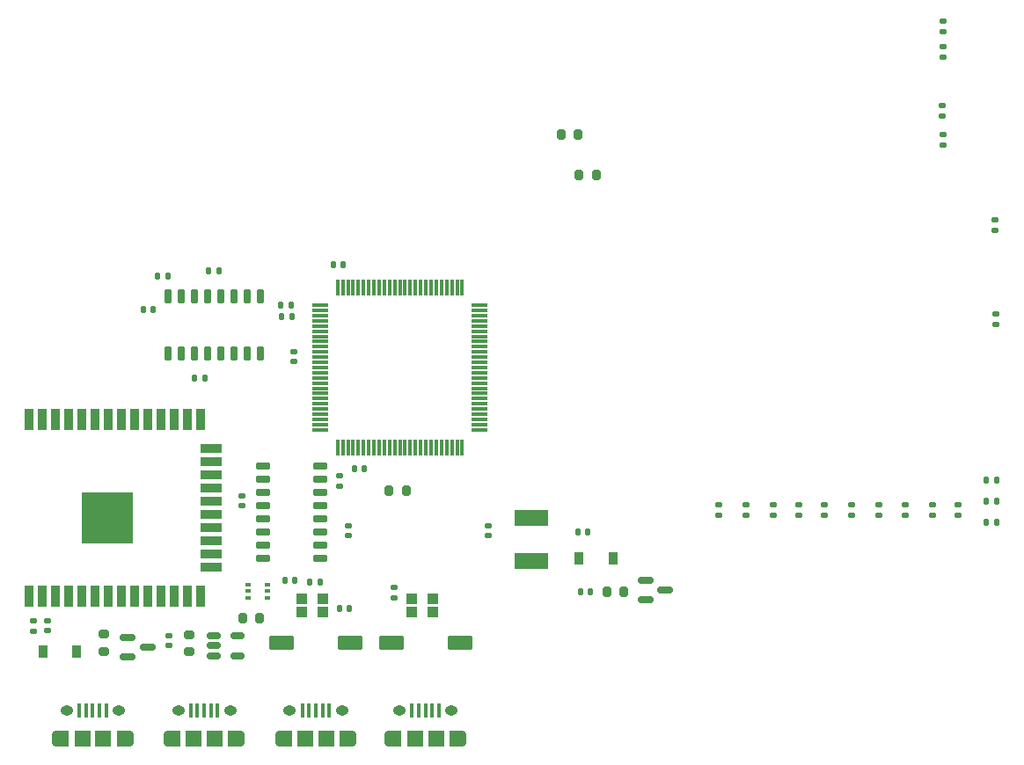
<source format=gbr>
%TF.GenerationSoftware,KiCad,Pcbnew,(6.0.0-0)*%
%TF.CreationDate,2022-12-05T15:15:11-05:00*%
%TF.ProjectId,Body_LED_Controller_V2,426f6479-5f4c-4454-945f-436f6e74726f,1.0*%
%TF.SameCoordinates,Original*%
%TF.FileFunction,Paste,Top*%
%TF.FilePolarity,Positive*%
%FSLAX46Y46*%
G04 Gerber Fmt 4.6, Leading zero omitted, Abs format (unit mm)*
G04 Created by KiCad (PCBNEW (6.0.0-0)) date 2022-12-05 15:15:11*
%MOMM*%
%LPD*%
G01*
G04 APERTURE LIST*
G04 Aperture macros list*
%AMRoundRect*
0 Rectangle with rounded corners*
0 $1 Rounding radius*
0 $2 $3 $4 $5 $6 $7 $8 $9 X,Y pos of 4 corners*
0 Add a 4 corners polygon primitive as box body*
4,1,4,$2,$3,$4,$5,$6,$7,$8,$9,$2,$3,0*
0 Add four circle primitives for the rounded corners*
1,1,$1+$1,$2,$3*
1,1,$1+$1,$4,$5*
1,1,$1+$1,$6,$7*
1,1,$1+$1,$8,$9*
0 Add four rect primitives between the rounded corners*
20,1,$1+$1,$2,$3,$4,$5,0*
20,1,$1+$1,$4,$5,$6,$7,0*
20,1,$1+$1,$6,$7,$8,$9,0*
20,1,$1+$1,$8,$9,$2,$3,0*%
G04 Aperture macros list end*
%ADD10C,0.010000*%
%ADD11R,1.000000X1.000000*%
%ADD12RoundRect,0.135000X0.185000X-0.135000X0.185000X0.135000X-0.185000X0.135000X-0.185000X-0.135000X0*%
%ADD13RoundRect,0.135000X-0.185000X0.135000X-0.185000X-0.135000X0.185000X-0.135000X0.185000X0.135000X0*%
%ADD14R,0.914400X1.219200*%
%ADD15RoundRect,0.200000X-0.275000X0.200000X-0.275000X-0.200000X0.275000X-0.200000X0.275000X0.200000X0*%
%ADD16RoundRect,0.135000X-0.135000X-0.185000X0.135000X-0.185000X0.135000X0.185000X-0.135000X0.185000X0*%
%ADD17RoundRect,0.140000X0.140000X0.170000X-0.140000X0.170000X-0.140000X-0.170000X0.140000X-0.170000X0*%
%ADD18RoundRect,0.135000X0.135000X0.185000X-0.135000X0.185000X-0.135000X-0.185000X0.135000X-0.185000X0*%
%ADD19RoundRect,0.150000X-0.587500X-0.150000X0.587500X-0.150000X0.587500X0.150000X-0.587500X0.150000X0*%
%ADD20O,0.890000X1.550000*%
%ADD21O,1.250000X0.950000*%
%ADD22R,0.400000X1.350000*%
%ADD23R,1.200000X1.550000*%
%ADD24R,1.500000X1.550000*%
%ADD25RoundRect,0.083990X-1.126010X-0.556010X1.126010X-0.556010X1.126010X0.556010X-1.126010X0.556010X0*%
%ADD26RoundRect,0.140000X-0.140000X-0.170000X0.140000X-0.170000X0.140000X0.170000X-0.140000X0.170000X0*%
%ADD27RoundRect,0.140000X-0.170000X0.140000X-0.170000X-0.140000X0.170000X-0.140000X0.170000X0.140000X0*%
%ADD28RoundRect,0.140000X0.170000X-0.140000X0.170000X0.140000X-0.170000X0.140000X-0.170000X-0.140000X0*%
%ADD29RoundRect,0.200000X-0.200000X-0.275000X0.200000X-0.275000X0.200000X0.275000X-0.200000X0.275000X0*%
%ADD30RoundRect,0.200000X0.200000X0.275000X-0.200000X0.275000X-0.200000X-0.275000X0.200000X-0.275000X0*%
%ADD31RoundRect,0.011200X-0.723800X-0.128800X0.723800X-0.128800X0.723800X0.128800X-0.723800X0.128800X0*%
%ADD32RoundRect,0.011200X0.128800X-0.723800X0.128800X0.723800X-0.128800X0.723800X-0.128800X-0.723800X0*%
%ADD33RoundRect,0.200000X0.275000X-0.200000X0.275000X0.200000X-0.275000X0.200000X-0.275000X-0.200000X0*%
%ADD34RoundRect,0.049600X-0.605400X-0.260400X0.605400X-0.260400X0.605400X0.260400X-0.605400X0.260400X0*%
%ADD35RoundRect,0.150000X-0.512500X-0.150000X0.512500X-0.150000X0.512500X0.150000X-0.512500X0.150000X0*%
%ADD36R,3.200000X1.500000*%
%ADD37R,0.900000X2.000000*%
%ADD38R,2.000000X0.900000*%
%ADD39R,5.000000X5.000000*%
%ADD40RoundRect,0.049600X0.260400X-0.605400X0.260400X0.605400X-0.260400X0.605400X-0.260400X-0.605400X0*%
G04 APERTURE END LIST*
D10*
%TO.C,U6*%
X105205000Y-103510800D02*
X105655000Y-103510800D01*
X105655000Y-103510800D02*
X105655000Y-103760800D01*
X105655000Y-103760800D02*
X105205000Y-103760800D01*
X105205000Y-103760800D02*
X105205000Y-103510800D01*
G36*
X105655000Y-103760800D02*
G01*
X105205000Y-103760800D01*
X105205000Y-103510800D01*
X105655000Y-103510800D01*
X105655000Y-103760800D01*
G37*
X105655000Y-103760800D02*
X105205000Y-103760800D01*
X105205000Y-103510800D01*
X105655000Y-103510800D01*
X105655000Y-103760800D01*
X105205000Y-104160800D02*
X105655000Y-104160800D01*
X105655000Y-104160800D02*
X105655000Y-104410800D01*
X105655000Y-104410800D02*
X105205000Y-104410800D01*
X105205000Y-104410800D02*
X105205000Y-104160800D01*
G36*
X105655000Y-104410800D02*
G01*
X105205000Y-104410800D01*
X105205000Y-104160800D01*
X105655000Y-104160800D01*
X105655000Y-104410800D01*
G37*
X105655000Y-104410800D02*
X105205000Y-104410800D01*
X105205000Y-104160800D01*
X105655000Y-104160800D01*
X105655000Y-104410800D01*
X105205000Y-104810800D02*
X105655000Y-104810800D01*
X105655000Y-104810800D02*
X105655000Y-105060800D01*
X105655000Y-105060800D02*
X105205000Y-105060800D01*
X105205000Y-105060800D02*
X105205000Y-104810800D01*
G36*
X105655000Y-105060800D02*
G01*
X105205000Y-105060800D01*
X105205000Y-104810800D01*
X105655000Y-104810800D01*
X105655000Y-105060800D01*
G37*
X105655000Y-105060800D02*
X105205000Y-105060800D01*
X105205000Y-104810800D01*
X105655000Y-104810800D01*
X105655000Y-105060800D01*
X103355000Y-104810800D02*
X103805000Y-104810800D01*
X103805000Y-104810800D02*
X103805000Y-105060800D01*
X103805000Y-105060800D02*
X103355000Y-105060800D01*
X103355000Y-105060800D02*
X103355000Y-104810800D01*
G36*
X103805000Y-105060800D02*
G01*
X103355000Y-105060800D01*
X103355000Y-104810800D01*
X103805000Y-104810800D01*
X103805000Y-105060800D01*
G37*
X103805000Y-105060800D02*
X103355000Y-105060800D01*
X103355000Y-104810800D01*
X103805000Y-104810800D01*
X103805000Y-105060800D01*
X103355000Y-104160800D02*
X103805000Y-104160800D01*
X103805000Y-104160800D02*
X103805000Y-104410800D01*
X103805000Y-104410800D02*
X103355000Y-104410800D01*
X103355000Y-104410800D02*
X103355000Y-104160800D01*
G36*
X103805000Y-104410800D02*
G01*
X103355000Y-104410800D01*
X103355000Y-104160800D01*
X103805000Y-104160800D01*
X103805000Y-104410800D01*
G37*
X103805000Y-104410800D02*
X103355000Y-104410800D01*
X103355000Y-104160800D01*
X103805000Y-104160800D01*
X103805000Y-104410800D01*
X103355000Y-103510800D02*
X103805000Y-103510800D01*
X103805000Y-103510800D02*
X103805000Y-103760800D01*
X103805000Y-103760800D02*
X103355000Y-103760800D01*
X103355000Y-103760800D02*
X103355000Y-103510800D01*
G36*
X103805000Y-103760800D02*
G01*
X103355000Y-103760800D01*
X103355000Y-103510800D01*
X103805000Y-103510800D01*
X103805000Y-103760800D01*
G37*
X103805000Y-103760800D02*
X103355000Y-103760800D01*
X103355000Y-103510800D01*
X103805000Y-103510800D01*
X103805000Y-103760800D01*
%TD*%
D11*
%TO.C,L3*%
X121385000Y-106365000D03*
X121385000Y-105065000D03*
X119355000Y-105065000D03*
X119355000Y-106365000D03*
%TD*%
%TO.C,L2*%
X110827500Y-106365000D03*
X110827500Y-105065000D03*
X108797500Y-105065000D03*
X108797500Y-106365000D03*
%TD*%
D12*
%TO.C,R11*%
X170470000Y-58550000D03*
X170470000Y-57530000D03*
%TD*%
D13*
%TO.C,R8*%
X170530000Y-49440000D03*
X170530000Y-50460000D03*
%TD*%
D14*
%TO.C,CR2*%
X83870200Y-110128500D03*
X87146800Y-110128500D03*
%TD*%
D15*
%TO.C,R21*%
X89770000Y-108485000D03*
X89770000Y-110135000D03*
%TD*%
D12*
%TO.C,R35*%
X156670000Y-97050000D03*
X156670000Y-96030000D03*
%TD*%
D16*
%TO.C,R3*%
X106750000Y-76750000D03*
X107770000Y-76750000D03*
%TD*%
D17*
%TO.C,C10*%
X112790000Y-72910000D03*
X111830000Y-72910000D03*
%TD*%
D18*
%TO.C,R14*%
X175670000Y-97690000D03*
X174650000Y-97690000D03*
%TD*%
D19*
%TO.C,U3*%
X141912500Y-103260000D03*
X141912500Y-105160000D03*
X143787500Y-104210000D03*
%TD*%
D20*
%TO.C,J11*%
X113655000Y-118530000D03*
D21*
X107655000Y-115830000D03*
D20*
X106655000Y-118530000D03*
D21*
X112655000Y-115830000D03*
D22*
X108855000Y-115830000D03*
X109505000Y-115830000D03*
X110155000Y-115830000D03*
X110805000Y-115830000D03*
X111455000Y-115830000D03*
D23*
X113055000Y-118530000D03*
X107255000Y-118530000D03*
D24*
X111155000Y-118530000D03*
X109155000Y-118530000D03*
%TD*%
D25*
%TO.C,SW1*%
X124002500Y-109330000D03*
X117422500Y-109330000D03*
%TD*%
D12*
%TO.C,R26*%
X117660000Y-104970000D03*
X117660000Y-103950000D03*
%TD*%
D25*
%TO.C,SW2*%
X113445000Y-109340000D03*
X106865000Y-109340000D03*
%TD*%
D26*
%TO.C,C9*%
X113850000Y-92570000D03*
X114810000Y-92570000D03*
%TD*%
D21*
%TO.C,J15*%
X101910000Y-115840000D03*
D20*
X102910000Y-118540000D03*
X95910000Y-118540000D03*
D21*
X96910000Y-115840000D03*
D22*
X98110000Y-115840000D03*
X98760000Y-115840000D03*
X99410000Y-115840000D03*
X100060000Y-115840000D03*
X100710000Y-115840000D03*
D23*
X102310000Y-118540000D03*
D24*
X100410000Y-118540000D03*
X98410000Y-118540000D03*
D23*
X96510000Y-118540000D03*
%TD*%
D17*
%TO.C,C3*%
X95890000Y-73960000D03*
X94930000Y-73960000D03*
%TD*%
D12*
%TO.C,R33*%
X161740000Y-97050000D03*
X161740000Y-96030000D03*
%TD*%
D27*
%TO.C,C11*%
X108050000Y-81270000D03*
X108050000Y-82230000D03*
%TD*%
D12*
%TO.C,R36*%
X154160000Y-97050000D03*
X154160000Y-96030000D03*
%TD*%
D26*
%TO.C,C18*%
X112450000Y-105990000D03*
X113410000Y-105990000D03*
%TD*%
D28*
%TO.C,C1*%
X113290000Y-98980000D03*
X113290000Y-98020000D03*
%TD*%
D12*
%TO.C,R37*%
X151530000Y-97050000D03*
X151530000Y-96030000D03*
%TD*%
D16*
%TO.C,R2*%
X106870000Y-77890000D03*
X107890000Y-77890000D03*
%TD*%
D12*
%TO.C,R9*%
X170510000Y-52950000D03*
X170510000Y-51930000D03*
%TD*%
D16*
%TO.C,R27*%
X109530000Y-103490000D03*
X110550000Y-103490000D03*
%TD*%
D29*
%TO.C,R19*%
X135495000Y-64280000D03*
X137145000Y-64280000D03*
%TD*%
D28*
%TO.C,C16*%
X103080000Y-96090000D03*
X103080000Y-95130000D03*
%TD*%
D19*
%TO.C,U8*%
X92072500Y-108780000D03*
X92072500Y-110680000D03*
X93947500Y-109730000D03*
%TD*%
D18*
%TO.C,R13*%
X175670000Y-95660000D03*
X174650000Y-95660000D03*
%TD*%
D12*
%TO.C,R30*%
X169490000Y-97050000D03*
X169490000Y-96030000D03*
%TD*%
D30*
%TO.C,R1*%
X118835000Y-94620000D03*
X117185000Y-94620000D03*
%TD*%
D29*
%TO.C,R20*%
X103095000Y-106890000D03*
X104745000Y-106890000D03*
%TD*%
D27*
%TO.C,C12*%
X82970000Y-107220000D03*
X82970000Y-108180000D03*
%TD*%
D13*
%TO.C,R6*%
X175520000Y-68580000D03*
X175520000Y-69600000D03*
%TD*%
%TO.C,R10*%
X170520000Y-60370000D03*
X170520000Y-61390000D03*
%TD*%
D21*
%TO.C,J10*%
X118212500Y-115820000D03*
D20*
X117212500Y-118520000D03*
X124212500Y-118520000D03*
D21*
X123212500Y-115820000D03*
D22*
X119412500Y-115820000D03*
X120062500Y-115820000D03*
X120712500Y-115820000D03*
X121362500Y-115820000D03*
X122012500Y-115820000D03*
D24*
X121712500Y-118520000D03*
X119712500Y-118520000D03*
D23*
X117812500Y-118520000D03*
X123612500Y-118520000D03*
%TD*%
D31*
%TO.C,U1*%
X110575000Y-76795000D03*
X110575000Y-77295000D03*
X110575000Y-77795000D03*
X110575000Y-78295000D03*
X110575000Y-78795000D03*
X110575000Y-79295000D03*
X110575000Y-79795000D03*
X110575000Y-80295000D03*
X110575000Y-80795000D03*
X110575000Y-81295000D03*
X110575000Y-81795000D03*
X110575000Y-82295000D03*
X110575000Y-82795000D03*
X110575000Y-83295000D03*
X110575000Y-83795000D03*
X110575000Y-84295000D03*
X110575000Y-84795000D03*
X110575000Y-85295000D03*
X110575000Y-85795000D03*
X110575000Y-86295000D03*
X110575000Y-86795000D03*
X110575000Y-87295000D03*
X110575000Y-87795000D03*
X110575000Y-88295000D03*
X110575000Y-88795000D03*
D32*
X112245000Y-90465000D03*
X112745000Y-90465000D03*
X113245000Y-90465000D03*
X113745000Y-90465000D03*
X114245000Y-90465000D03*
X114745000Y-90465000D03*
X115245000Y-90465000D03*
X115745000Y-90465000D03*
X116245000Y-90465000D03*
X116745000Y-90465000D03*
X117245000Y-90465000D03*
X117745000Y-90465000D03*
X118245000Y-90465000D03*
X118745000Y-90465000D03*
X119245000Y-90465000D03*
X119745000Y-90465000D03*
X120245000Y-90465000D03*
X120745000Y-90465000D03*
X121245000Y-90465000D03*
X121745000Y-90465000D03*
X122245000Y-90465000D03*
X122745000Y-90465000D03*
X123245000Y-90465000D03*
X123745000Y-90465000D03*
X124245000Y-90465000D03*
D31*
X125915000Y-88795000D03*
X125915000Y-88295000D03*
X125915000Y-87795000D03*
X125915000Y-87295000D03*
X125915000Y-86795000D03*
X125915000Y-86295000D03*
X125915000Y-85795000D03*
X125915000Y-85295000D03*
X125915000Y-84795000D03*
X125915000Y-84295000D03*
X125915000Y-83795000D03*
X125915000Y-83295000D03*
X125915000Y-82795000D03*
X125915000Y-82295000D03*
X125915000Y-81795000D03*
X125915000Y-81295000D03*
X125915000Y-80795000D03*
X125915000Y-80295000D03*
X125915000Y-79795000D03*
X125915000Y-79295000D03*
X125915000Y-78795000D03*
X125915000Y-78295000D03*
X125915000Y-77795000D03*
X125915000Y-77295000D03*
X125915000Y-76795000D03*
D32*
X124245000Y-75125000D03*
X123745000Y-75125000D03*
X123245000Y-75125000D03*
X122745000Y-75125000D03*
X122245000Y-75125000D03*
X121745000Y-75125000D03*
X121245000Y-75125000D03*
X120745000Y-75125000D03*
X120245000Y-75125000D03*
X119745000Y-75125000D03*
X119245000Y-75125000D03*
X118745000Y-75125000D03*
X118245000Y-75125000D03*
X117745000Y-75125000D03*
X117245000Y-75125000D03*
X116745000Y-75125000D03*
X116245000Y-75125000D03*
X115745000Y-75125000D03*
X115245000Y-75125000D03*
X114745000Y-75125000D03*
X114245000Y-75125000D03*
X113745000Y-75125000D03*
X113245000Y-75125000D03*
X112745000Y-75125000D03*
X112245000Y-75125000D03*
%TD*%
D12*
%TO.C,R29*%
X171930000Y-97050000D03*
X171930000Y-96030000D03*
%TD*%
%TO.C,R34*%
X159110000Y-97050000D03*
X159110000Y-96030000D03*
%TD*%
D33*
%TO.C,R22*%
X97920000Y-110185000D03*
X97920000Y-108535000D03*
%TD*%
D17*
%TO.C,C5*%
X99450000Y-83800000D03*
X98490000Y-83800000D03*
%TD*%
D34*
%TO.C,U5*%
X105045000Y-92275000D03*
X105045000Y-93545000D03*
X105045000Y-94815000D03*
X105045000Y-96085000D03*
X105045000Y-97355000D03*
X105045000Y-98625000D03*
X105045000Y-99895000D03*
X105045000Y-101165000D03*
X110545000Y-101165000D03*
X110545000Y-99895000D03*
X110545000Y-98625000D03*
X110545000Y-97355000D03*
X110545000Y-96085000D03*
X110545000Y-94815000D03*
X110545000Y-93545000D03*
X110545000Y-92275000D03*
%TD*%
D35*
%TO.C,U7*%
X100362500Y-108630000D03*
X100362500Y-109580000D03*
X100362500Y-110530000D03*
X102637500Y-110530000D03*
X102637500Y-108630000D03*
%TD*%
D14*
%TO.C,CR1*%
X138786800Y-101208500D03*
X135510200Y-101208500D03*
%TD*%
D29*
%TO.C,R18*%
X133745000Y-60380000D03*
X135395000Y-60380000D03*
%TD*%
D27*
%TO.C,C15*%
X112480000Y-93230000D03*
X112480000Y-94190000D03*
%TD*%
D36*
%TO.C,F1*%
X130928500Y-101438500D03*
X130928500Y-97238500D03*
%TD*%
D12*
%TO.C,R38*%
X148910000Y-97050000D03*
X148910000Y-96030000D03*
%TD*%
D29*
%TO.C,R17*%
X138165000Y-104380000D03*
X139815000Y-104380000D03*
%TD*%
D37*
%TO.C,U4*%
X82555000Y-104780000D03*
X83825000Y-104780000D03*
X85095000Y-104780000D03*
X86365000Y-104780000D03*
X87635000Y-104780000D03*
X88905000Y-104780000D03*
X90175000Y-104780000D03*
X91445000Y-104780000D03*
X92715000Y-104780000D03*
X93985000Y-104780000D03*
X95255000Y-104780000D03*
X96525000Y-104780000D03*
X97795000Y-104780000D03*
X99065000Y-104780000D03*
D38*
X100065000Y-101995000D03*
X100065000Y-100725000D03*
X100065000Y-99455000D03*
X100065000Y-98185000D03*
X100065000Y-96915000D03*
X100065000Y-95645000D03*
X100065000Y-94375000D03*
X100065000Y-93105000D03*
X100065000Y-91835000D03*
X100065000Y-90565000D03*
D37*
X99065000Y-87780000D03*
X97795000Y-87780000D03*
X96525000Y-87780000D03*
X95255000Y-87780000D03*
X93985000Y-87780000D03*
X92715000Y-87780000D03*
X91445000Y-87780000D03*
X90175000Y-87780000D03*
X88905000Y-87780000D03*
X87635000Y-87780000D03*
X86365000Y-87780000D03*
X85095000Y-87780000D03*
X83825000Y-87780000D03*
X82555000Y-87780000D03*
D39*
X90055000Y-97280000D03*
%TD*%
D26*
%TO.C,C14*%
X107190000Y-103330000D03*
X108150000Y-103330000D03*
%TD*%
D27*
%TO.C,C13*%
X84300000Y-107180000D03*
X84300000Y-108140000D03*
%TD*%
D18*
%TO.C,R12*%
X175670000Y-93630000D03*
X174650000Y-93630000D03*
%TD*%
D12*
%TO.C,R32*%
X164300000Y-97050000D03*
X164300000Y-96030000D03*
%TD*%
D40*
%TO.C,U2*%
X95910000Y-81440000D03*
X97180000Y-81440000D03*
X98450000Y-81440000D03*
X99720000Y-81440000D03*
X100990000Y-81440000D03*
X102260000Y-81440000D03*
X103530000Y-81440000D03*
X104800000Y-81440000D03*
X104800000Y-75940000D03*
X103530000Y-75940000D03*
X102260000Y-75940000D03*
X100990000Y-75940000D03*
X99720000Y-75940000D03*
X98450000Y-75940000D03*
X97180000Y-75940000D03*
X95910000Y-75940000D03*
%TD*%
D26*
%TO.C,C6*%
X99840000Y-73500000D03*
X100800000Y-73500000D03*
%TD*%
D28*
%TO.C,C17*%
X96000000Y-109560000D03*
X96000000Y-108600000D03*
%TD*%
%TO.C,C2*%
X126790000Y-98980000D03*
X126790000Y-98020000D03*
%TD*%
D26*
%TO.C,C4*%
X93540000Y-77190000D03*
X94500000Y-77190000D03*
%TD*%
D12*
%TO.C,R7*%
X175640000Y-78620000D03*
X175640000Y-77600000D03*
%TD*%
%TO.C,R31*%
X166870000Y-97050000D03*
X166870000Y-96030000D03*
%TD*%
D26*
%TO.C,C7*%
X135350000Y-98620000D03*
X136310000Y-98620000D03*
%TD*%
%TO.C,C8*%
X135610000Y-104400000D03*
X136570000Y-104400000D03*
%TD*%
D20*
%TO.C,J14*%
X85190000Y-118540000D03*
D21*
X86190000Y-115840000D03*
X91190000Y-115840000D03*
D20*
X92190000Y-118540000D03*
D22*
X87390000Y-115840000D03*
X88040000Y-115840000D03*
X88690000Y-115840000D03*
X89340000Y-115840000D03*
X89990000Y-115840000D03*
D24*
X87690000Y-118540000D03*
X89690000Y-118540000D03*
D23*
X91590000Y-118540000D03*
X85790000Y-118540000D03*
%TD*%
M02*

</source>
